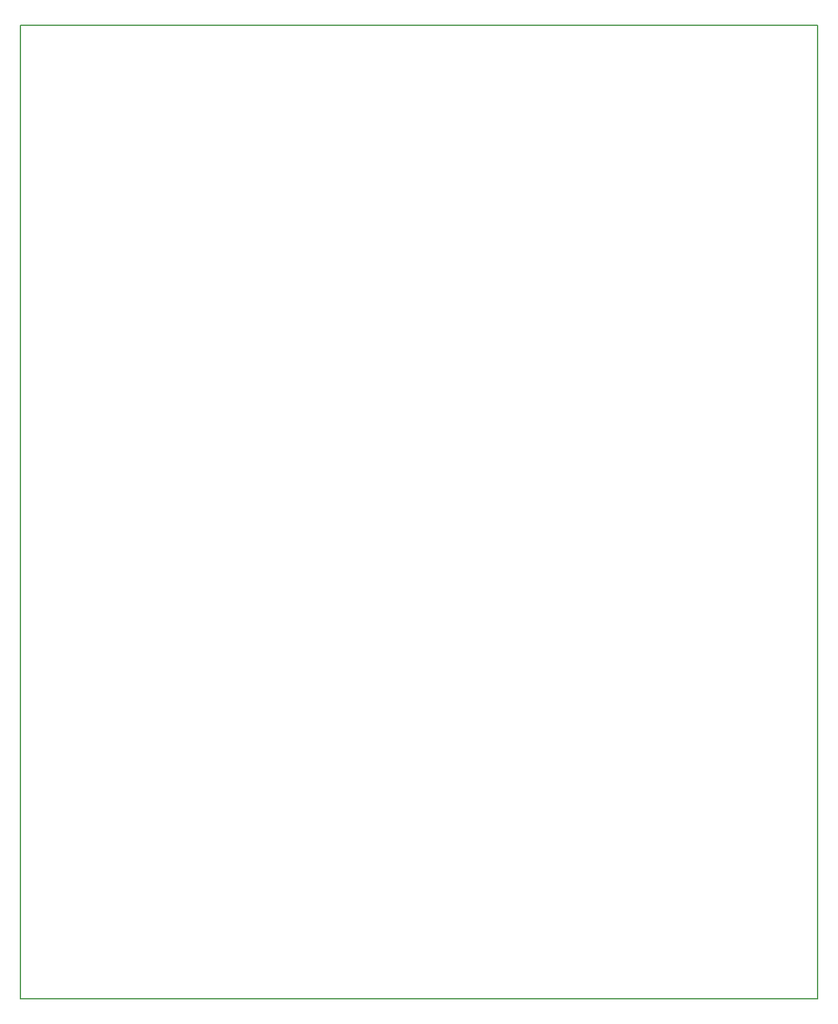
<source format=gbr>
%TF.GenerationSoftware,KiCad,Pcbnew,9.0.2*%
%TF.CreationDate,2025-06-09T13:52:28+08:00*%
%TF.ProjectId,WLED32Hub,574c4544-3332-4487-9562-2e6b69636164,rev?*%
%TF.SameCoordinates,Original*%
%TF.FileFunction,Profile,NP*%
%FSLAX46Y46*%
G04 Gerber Fmt 4.6, Leading zero omitted, Abs format (unit mm)*
G04 Created by KiCad (PCBNEW 9.0.2) date 2025-06-09 13:52:28*
%MOMM*%
%LPD*%
G01*
G04 APERTURE LIST*
%TA.AperFunction,Profile*%
%ADD10C,0.200000*%
%TD*%
G04 APERTURE END LIST*
D10*
X83820000Y-36830000D02*
X196200000Y-36830000D01*
X196200000Y-174023000D01*
X83820000Y-174023000D01*
X83820000Y-36830000D01*
M02*

</source>
